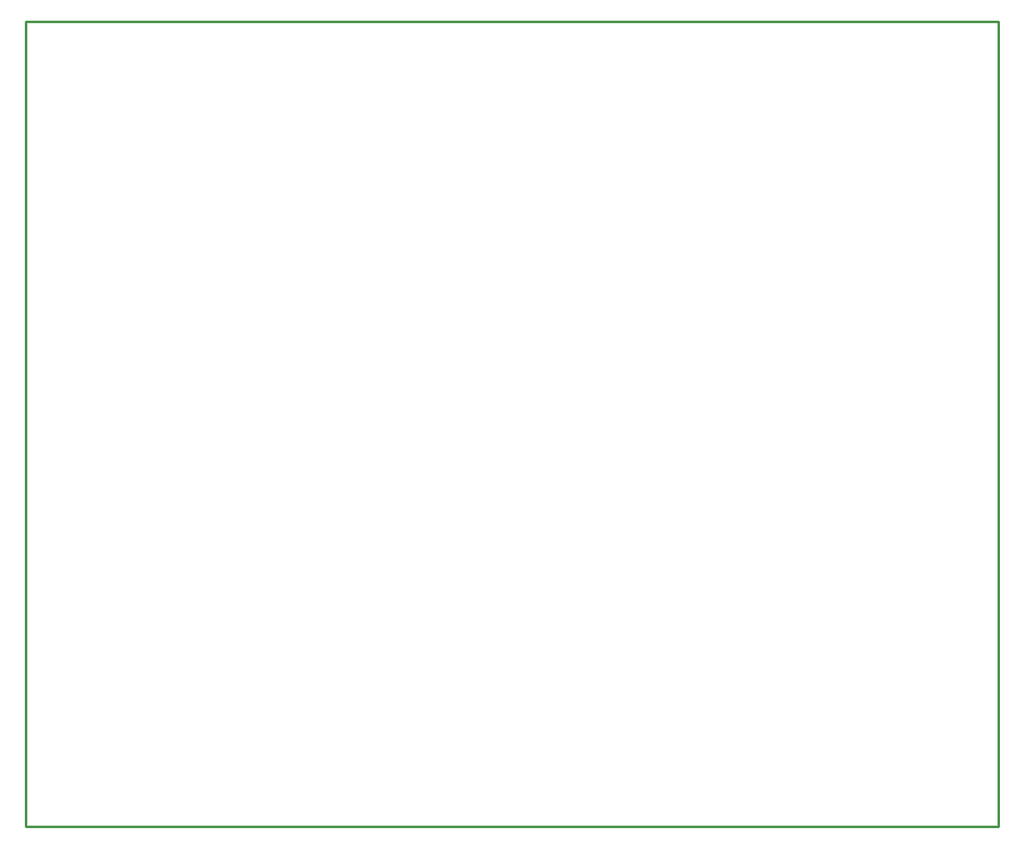
<source format=gko>
G04 Layer: BoardOutline*
G04 EasyEDA v6.4.19.2, 2021-05-28T18:10:01+02:00*
G04 3d613cfe214941e49b762df90ee4d122,cfe1dd9c90504c3bbdd6ef614714b9c7,10*
G04 Gerber Generator version 0.2*
G04 Scale: 100 percent, Rotated: No, Reflected: No *
G04 Dimensions in inches *
G04 leading zeros omitted , absolute positions ,3 integer and 6 decimal *
%FSLAX36Y36*%
%MOIN*%

%ADD10C,0.0100*%
D10*
X4042299Y1995000D02*
G01*
X4042299Y3037700D01*
X3555000Y3735000D02*
G01*
X125000Y3735000D01*
X125000Y2530000D01*
X125000Y490000D01*
X4042299Y3037700D02*
G01*
X4042299Y3735000D01*
X3555000Y3735000D02*
G01*
X4040000Y3735000D01*
X4042299Y490000D02*
G01*
X4042299Y1995000D01*
X125000Y490000D02*
G01*
X4042322Y490000D01*

%LPD*%
M02*

</source>
